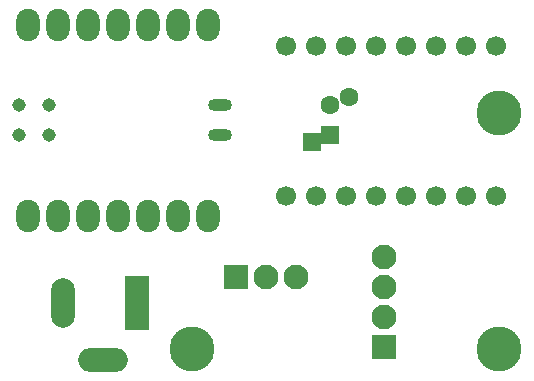
<source format=gbr>
%TF.GenerationSoftware,KiCad,Pcbnew,8.0.6*%
%TF.CreationDate,2024-11-06T21:14:03+01:00*%
%TF.ProjectId,ChocoEF,43686f63-6f45-4462-9e6b-696361645f70,rev?*%
%TF.SameCoordinates,Original*%
%TF.FileFunction,Soldermask,Top*%
%TF.FilePolarity,Negative*%
%FSLAX46Y46*%
G04 Gerber Fmt 4.6, Leading zero omitted, Abs format (unit mm)*
G04 Created by KiCad (PCBNEW 8.0.6) date 2024-11-06 21:14:03*
%MOMM*%
%LPD*%
G01*
G04 APERTURE LIST*
%ADD10C,3.800000*%
%ADD11O,4.200000X2.000000*%
%ADD12O,2.000000X4.200000*%
%ADD13R,2.000000X4.600000*%
%ADD14O,1.998980X2.748280*%
%ADD15O,2.032000X1.016000*%
%ADD16C,1.143000*%
%ADD17R,2.100000X2.100000*%
%ADD18C,2.100000*%
%ADD19R,1.600000X1.600000*%
%ADD20C,1.600000*%
%ADD21C,1.700000*%
G04 APERTURE END LIST*
D10*
%TO.C,REF\u002A\u002A*%
X89000000Y-90000000D03*
%TD*%
%TO.C,REF\u002A\u002A*%
X115000000Y-90000000D03*
%TD*%
%TO.C,REF\u002A\u002A*%
X115000000Y-70000000D03*
%TD*%
D11*
%TO.C,J1*%
X81428000Y-90865600D03*
D12*
X78028000Y-86065600D03*
D13*
X84328000Y-86065600D03*
%TD*%
D14*
%TO.C,U1*%
X75060490Y-78681290D03*
X77600490Y-78681290D03*
X80140490Y-78681290D03*
X82680490Y-78681290D03*
X85220490Y-78681290D03*
X87760490Y-78681290D03*
X90300490Y-78681290D03*
X90300490Y-62516730D03*
X87760490Y-62516730D03*
X85220490Y-62516730D03*
X82680490Y-62516730D03*
X80140490Y-62516730D03*
X77600490Y-62516730D03*
X75060490Y-62516730D03*
D15*
X91378310Y-71814410D03*
X91378310Y-69264410D03*
D16*
X74374123Y-71815607D03*
X74374123Y-69275607D03*
X76914123Y-71815607D03*
X76914123Y-69275607D03*
%TD*%
D17*
%TO.C,J2*%
X105257600Y-89819400D03*
D18*
X105257600Y-87279400D03*
X105257600Y-84739400D03*
X105257600Y-82199400D03*
%TD*%
D17*
%TO.C,J3*%
X92684600Y-83845400D03*
D18*
X95224600Y-83845400D03*
X97764600Y-83845400D03*
%TD*%
D19*
%TO.C,C1*%
X99100000Y-72470937D03*
X100700000Y-71800000D03*
D20*
X100700000Y-69300000D03*
X102300000Y-68629063D03*
%TD*%
D21*
%TO.C,U2*%
X96910000Y-64300000D03*
X99450000Y-64300000D03*
X101990000Y-64300000D03*
X104530000Y-64300000D03*
X107070000Y-64300000D03*
X109610000Y-64300000D03*
X112150000Y-64300000D03*
X114690000Y-64300000D03*
X96910000Y-77000000D03*
X99450000Y-77000000D03*
X101990000Y-77000000D03*
X104530000Y-77000000D03*
X107070000Y-77000000D03*
X109610000Y-77000000D03*
X112150000Y-77000000D03*
X114690000Y-77000000D03*
%TD*%
M02*

</source>
